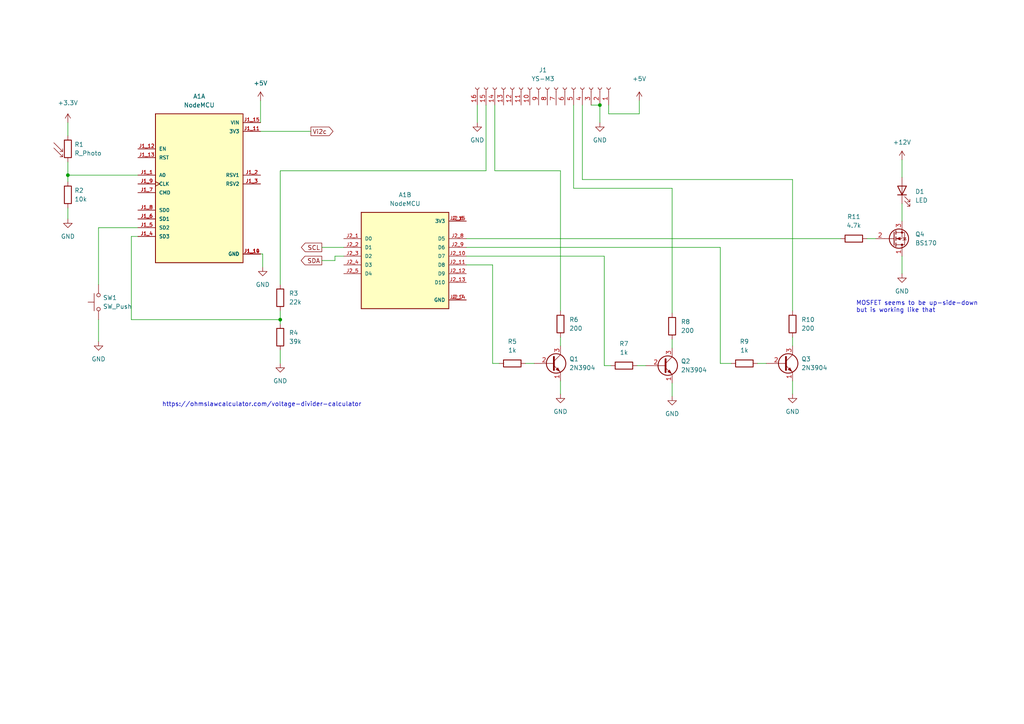
<source format=kicad_sch>
(kicad_sch (version 20211123) (generator eeschema)
  (paper "A4")
  (lib_symbols
    (symbol "Connector:Conn_01x16_Female" (pin_names (offset 1.016) hide)
      (property "Reference" "J" (at 0 20.32 0))
      (property "Value" "Conn_01x16_Female" (at 0 -22.86 0))
      (symbol "Conn_01x16_Female_1_1"
        (arc (start 0 -19.812) (mid -0.508 -20.32) (end 0 -20.828) (stroke (width 0.1524)))
        (arc (start 0 -17.272) (mid -0.508 -17.78) (end 0 -18.288) (stroke (width 0.1524)))
        (arc (start 0 -14.732) (mid -0.508 -15.24) (end 0 -15.748) (stroke (width 0.1524)))
        (arc (start 0 -12.192) (mid -0.508 -12.7) (end 0 -13.208) (stroke (width 0.1524)))
        (arc (start 0 -9.652) (mid -0.508 -10.16) (end 0 -10.668) (stroke (width 0.1524)))
        (arc (start 0 -7.112) (mid -0.508 -7.62) (end 0 -8.128) (stroke (width 0.1524)))
        (arc (start 0 -4.572) (mid -0.508 -5.08) (end 0 -5.588) (stroke (width 0.1524)))
        (arc (start 0 -2.032) (mid -0.508 -2.54) (end 0 -3.048) (stroke (width 0.1524)))
        (polyline (pts (xy -1.27 -20.32) (xy -0.508 -20.32)) (stroke (width 0.1524)))
        (polyline (pts (xy -1.27 -17.78) (xy -0.508 -17.78)) (stroke (width 0.1524)))
        (polyline (pts (xy -1.27 -15.24) (xy -0.508 -15.24)) (stroke (width 0.1524)))
        (polyline (pts (xy -1.27 -12.7) (xy -0.508 -12.7)) (stroke (width 0.1524)))
        (polyline (pts (xy -1.27 -10.16) (xy -0.508 -10.16)) (stroke (width 0.1524)))
        (polyline (pts (xy -1.27 -7.62) (xy -0.508 -7.62)) (stroke (width 0.1524)))
        (polyline (pts (xy -1.27 -5.08) (xy -0.508 -5.08)) (stroke (width 0.1524)))
        (polyline (pts (xy -1.27 -2.54) (xy -0.508 -2.54)) (stroke (width 0.1524)))
        (polyline (pts (xy -1.27 0) (xy -0.508 0)) (stroke (width 0.1524)))
        (polyline (pts (xy -1.27 2.54) (xy -0.508 2.54)) (stroke (width 0.1524)))
        (polyline (pts (xy -1.27 5.08) (xy -0.508 5.08)) (stroke (width 0.1524)))
        (polyline (pts (xy -1.27 7.62) (xy -0.508 7.62)) (stroke (width 0.1524)))
        (polyline (pts (xy -1.27 10.16) (xy -0.508 10.16)) (stroke (width 0.1524)))
        (polyline (pts (xy -1.27 12.7) (xy -0.508 12.7)) (stroke (width 0.1524)))
        (polyline (pts (xy -1.27 15.24) (xy -0.508 15.24)) (stroke (width 0.1524)))
        (polyline (pts (xy -1.27 17.78) (xy -0.508 17.78)) (stroke (width 0.1524)))
        (arc (start 0 0.508) (mid -0.508 0) (end 0 -0.508) (stroke (width 0.1524)))
        (arc (start 0 3.048) (mid -0.508 2.54) (end 0 2.032) (stroke (width 0.1524)))
        (arc (start 0 5.588) (mid -0.508 5.08) (end 0 4.572) (stroke (width 0.1524)))
        (arc (start 0 8.128) (mid -0.508 7.62) (end 0 7.112) (stroke (width 0.1524)))
        (arc (start 0 10.668) (mid -0.508 10.16) (end 0 9.652) (stroke (width 0.1524)))
        (arc (start 0 13.208) (mid -0.508 12.7) (end 0 12.192) (stroke (width 0.1524)))
        (arc (start 0 15.748) (mid -0.508 15.24) (end 0 14.732) (stroke (width 0.1524)))
        (arc (start 0 18.288) (mid -0.508 17.78) (end 0 17.272) (stroke (width 0.1524)))
        (pin passive line (at -5.08 17.78 0) (length 3.81) (name "Pin_1") (number "1"))
        (pin passive line (at -5.08 -5.08 0) (length 3.81) (name "Pin_10") (number "10"))
        (pin passive line (at -5.08 -7.62 0) (length 3.81) (name "Pin_11") (number "11"))
        (pin passive line (at -5.08 -10.16 0) (length 3.81) (name "Pin_12") (number "12"))
        (pin passive line (at -5.08 -12.7 0) (length 3.81) (name "Pin_13") (number "13"))
        (pin passive line (at -5.08 -15.24 0) (length 3.81) (name "Pin_14") (number "14"))
        (pin passive line (at -5.08 -17.78 0) (length 3.81) (name "Pin_15") (number "15"))
        (pin passive line (at -5.08 -20.32 0) (length 3.81) (name "Pin_16") (number "16"))
        (pin passive line (at -5.08 15.24 0) (length 3.81) (name "Pin_2") (number "2"))
        (pin passive line (at -5.08 12.7 0) (length 3.81) (name "Pin_3") (number "3"))
        (pin passive line (at -5.08 10.16 0) (length 3.81) (name "Pin_4") (number "4"))
        (pin passive line (at -5.08 7.62 0) (length 3.81) (name "Pin_5") (number "5"))
        (pin passive line (at -5.08 5.08 0) (length 3.81) (name "Pin_6") (number "6"))
        (pin passive line (at -5.08 2.54 0) (length 3.81) (name "Pin_7") (number "7"))
        (pin passive line (at -5.08 0 0) (length 3.81) (name "Pin_8") (number "8"))
        (pin passive line (at -5.08 -2.54 0) (length 3.81) (name "Pin_9") (number "9"))
      )
    )
    (symbol "Device:LED" (pin_numbers hide) (pin_names (offset 1.016) hide)
      (property "Reference" "D" (at 0 2.54 0))
      (property "Value" "LED" (at 0 -2.54 0))
      (symbol "LED_0_1"
        (polyline (pts (xy -1.27 -1.27) (xy -1.27 1.27)) (stroke (width 0.254)))
        (polyline (pts (xy -1.27 0) (xy 1.27 0)))
        (polyline (pts (xy 1.27 -1.27) (xy 1.27 1.27) (xy -1.27 0) (xy 1.27 -1.27)) (stroke (width 0.254)))
        (polyline (pts (xy -3.048 -0.762) (xy -4.572 -2.286) (xy -3.81 -2.286) (xy -4.572 -2.286) (xy -4.572 -1.524)))
        (polyline (pts (xy -1.778 -0.762) (xy -3.302 -2.286) (xy -2.54 -2.286) (xy -3.302 -2.286) (xy -3.302 -1.524)))
      )
      (symbol "LED_1_1"
        (pin passive line (at -3.81 0 0) (length 2.54) (name "K") (number "1"))
        (pin passive line (at 3.81 0 180) (length 2.54) (name "A") (number "2"))
      )
    )
    (symbol "Device:R" (pin_numbers hide) (pin_names (offset 0))
      (property "Reference" "R" (at 2.032 0 90))
      (property "Value" "R" (at 0 0 90))
      (symbol "R_0_1"
        (rectangle (start -1.016 -2.54) (end 1.016 2.54) (stroke (width 0.254)))
      )
      (symbol "R_1_1"
        (pin passive line (at 0 3.81 270) (length 1.27) (name "~") (number "1"))
        (pin passive line (at 0 -3.81 90) (length 1.27) (name "~") (number "2"))
      )
    )
    (symbol "Device:R_Photo" (pin_numbers hide) (pin_names (offset 0))
      (property "Reference" "R" (at 1.27 1.27 0))
      (property "Value" "R_Photo" (at 1.27 0 0))
      (symbol "R_Photo_0_1"
        (rectangle (start -1.016 2.54) (end 1.016 -2.54) (stroke (width 0.254)))
        (polyline (pts (xy -1.524 -2.286) (xy -4.064 0.254)))
        (polyline (pts (xy -1.524 -2.286) (xy -2.286 -2.286)))
        (polyline (pts (xy -1.524 -2.286) (xy -1.524 -1.524)))
        (polyline (pts (xy -1.524 -0.762) (xy -4.064 1.778)))
        (polyline (pts (xy -1.524 -0.762) (xy -2.286 -0.762)))
        (polyline (pts (xy -1.524 -0.762) (xy -1.524 0)))
      )
      (symbol "R_Photo_1_1"
        (pin passive line (at 0 3.81 270) (length 1.27) (name "~") (number "1"))
        (pin passive line (at 0 -3.81 90) (length 1.27) (name "~") (number "2"))
      )
    )
    (symbol "Switch:SW_Push" (pin_numbers hide) (pin_names (offset 1.016) hide)
      (property "Reference" "SW" (at 1.27 2.54 0))
      (property "Value" "SW_Push" (at 0 -1.524 0))
      (symbol "SW_Push_0_1"
        (circle (center -2.032 0) (radius 0.508))
        (polyline (pts (xy 0 1.27) (xy 0 3.048)))
        (polyline (pts (xy 2.54 1.27) (xy -2.54 1.27)))
        (circle (center 2.032 0) (radius 0.508))
        (pin passive line (at -5.08 0 0) (length 2.54) (name "1") (number "1"))
        (pin passive line (at 5.08 0 180) (length 2.54) (name "2") (number "2"))
      )
    )
    (symbol "Transistor_BJT:2N3904" (pin_names (offset 0) hide)
      (property "Reference" "Q" (at 5.08 1.905 0))
      (property "Value" "2N3904" (at 5.08 0 0))
      (symbol "2N3904_0_1"
        (polyline (pts (xy 0.635 0.635) (xy 2.54 2.54)))
        (polyline (pts (xy 0.635 -0.635) (xy 2.54 -2.54) (xy 2.54 -2.54)))
        (polyline (pts (xy 0.635 1.905) (xy 0.635 -1.905) (xy 0.635 -1.905)) (stroke (width 0.508)))
        (polyline (pts (xy 1.27 -1.778) (xy 1.778 -1.27) (xy 2.286 -2.286) (xy 1.27 -1.778) (xy 1.27 -1.778)) (fill (type outline)))
        (circle (center 1.27 0) (radius 2.8194) (stroke (width 0.254)))
      )
      (symbol "2N3904_1_1"
        (pin passive line (at 2.54 -5.08 90) (length 2.54) (name "E") (number "1"))
        (pin passive line (at -5.08 0 0) (length 5.715) (name "B") (number "2"))
        (pin passive line (at 2.54 5.08 270) (length 2.54) (name "C") (number "3"))
      )
    )
    (symbol "Transistor_FET:BS170" (pin_names hide)
      (property "Reference" "Q" (at 5.08 1.905 0))
      (property "Value" "BS170" (at 5.08 0 0))
      (symbol "BS170_0_1"
        (polyline (pts (xy 0.254 0) (xy -2.54 0)))
        (polyline (pts (xy 0.254 1.905) (xy 0.254 -1.905)) (stroke (width 0.254)))
        (polyline (pts (xy 0.762 -1.27) (xy 0.762 -2.286)) (stroke (width 0.254)))
        (polyline (pts (xy 0.762 0.508) (xy 0.762 -0.508)) (stroke (width 0.254)))
        (polyline (pts (xy 0.762 2.286) (xy 0.762 1.27)) (stroke (width 0.254)))
        (polyline (pts (xy 2.54 2.54) (xy 2.54 1.778)))
        (polyline (pts (xy 2.54 -2.54) (xy 2.54 0) (xy 0.762 0)))
        (polyline (pts (xy 0.762 -1.778) (xy 3.302 -1.778) (xy 3.302 1.778) (xy 0.762 1.778)))
        (polyline (pts (xy 1.016 0) (xy 2.032 0.381) (xy 2.032 -0.381) (xy 1.016 0)) (fill (type outline)))
        (polyline (pts (xy 2.794 0.508) (xy 2.921 0.381) (xy 3.683 0.381) (xy 3.81 0.254)))
        (polyline (pts (xy 3.302 0.381) (xy 2.921 -0.254) (xy 3.683 -0.254) (xy 3.302 0.381)))
        (circle (center 1.651 0) (radius 2.794) (stroke (width 0.254)))
        (circle (center 2.54 -1.778) (radius 0.254) (fill (type outline)))
        (circle (center 2.54 1.778) (radius 0.254) (fill (type outline)))
      )
      (symbol "BS170_1_1"
        (pin passive line (at 2.54 5.08 270) (length 2.54) (name "D") (number "1"))
        (pin input line (at -5.08 0 0) (length 2.54) (name "G") (number "2"))
        (pin passive line (at 2.54 -5.08 90) (length 2.54) (name "S") (number "3"))
      )
    )
    (symbol "nodemcu:113990105" (pin_names (offset 1.016))
      (property "Reference" "A" (at -12.7 21.59 0))
      (property "Value" "113990105" (at -12.7 -24.13 0))
      (symbol "113990105_1_0"
        (rectangle (start -12.7 -22.86) (end 12.7 20.32) (stroke (width 0.254)) (fill (type background)))
        (pin bidirectional line (at -17.78 2.54 0) (length 5.08) (name "A0") (number "J1_1"))
        (pin power_in line (at 17.78 -20.32 180) (length 5.08) (name "GND") (number "J1_10"))
        (pin power_in line (at 17.78 15.24 180) (length 5.08) (name "3V3") (number "J1_11"))
        (pin input line (at -17.78 10.16 0) (length 5.08) (name "EN") (number "J1_12"))
        (pin input line (at -17.78 7.62 0) (length 5.08) (name "RST") (number "J1_13"))
        (pin power_in line (at 17.78 -20.32 180) (length 5.08) (name "GND") (number "J1_14"))
        (pin power_in line (at 17.78 17.78 180) (length 5.08) (name "VIN") (number "J1_15"))
        (pin bidirectional line (at 17.78 2.54 180) (length 5.08) (name "RSV1") (number "J1_2"))
        (pin bidirectional line (at 17.78 0 180) (length 5.08) (name "RSV2") (number "J1_3"))
        (pin bidirectional line (at -17.78 -15.24 0) (length 5.08) (name "SD3") (number "J1_4"))
        (pin bidirectional line (at -17.78 -12.7 0) (length 5.08) (name "SD2") (number "J1_5"))
        (pin bidirectional line (at -17.78 -10.16 0) (length 5.08) (name "SD1") (number "J1_6"))
        (pin bidirectional line (at -17.78 -2.54 0) (length 5.08) (name "CMD") (number "J1_7"))
        (pin bidirectional line (at -17.78 -7.62 0) (length 5.08) (name "SD0") (number "J1_8"))
        (pin bidirectional clock (at -17.78 0 0) (length 5.08) (name "CLK") (number "J1_9"))
      )
      (symbol "113990105_2_0"
        (rectangle (start -12.7 -15.24) (end 12.7 12.7) (stroke (width 0.254)) (fill (type background)))
        (pin bidirectional line (at -17.78 5.08 0) (length 5.08) (name "D0") (number "J2_1"))
        (pin bidirectional line (at 17.78 0 180) (length 5.08) (name "D7") (number "J2_10"))
        (pin bidirectional line (at 17.78 -2.54 180) (length 5.08) (name "D8") (number "J2_11"))
        (pin bidirectional line (at 17.78 -5.08 180) (length 5.08) (name "D9") (number "J2_12"))
        (pin bidirectional line (at 17.78 -7.62 180) (length 5.08) (name "D10") (number "J2_13"))
        (pin power_in line (at 17.78 -12.7 180) (length 5.08) (name "GND") (number "J2_14"))
        (pin power_in line (at 17.78 10.16 180) (length 5.08) (name "3V3") (number "J2_15"))
        (pin bidirectional line (at -17.78 2.54 0) (length 5.08) (name "D1") (number "J2_2"))
        (pin bidirectional line (at -17.78 0 0) (length 5.08) (name "D2") (number "J2_3"))
        (pin bidirectional line (at -17.78 -2.54 0) (length 5.08) (name "D3") (number "J2_4"))
        (pin bidirectional line (at -17.78 -5.08 0) (length 5.08) (name "D4") (number "J2_5"))
        (pin power_in line (at 17.78 10.16 180) (length 5.08) (name "3V3") (number "J2_6"))
        (pin power_in line (at 17.78 -12.7 180) (length 5.08) (name "GND") (number "J2_7"))
        (pin bidirectional line (at 17.78 5.08 180) (length 5.08) (name "D5") (number "J2_8"))
        (pin bidirectional line (at 17.78 2.54 180) (length 5.08) (name "D6") (number "J2_9"))
      )
    )
    (symbol "power:+12V" (power) (pin_names (offset 0))
      (property "Value" "+12V" (at 0 3.556 0))
      (symbol "+12V_0_1"
        (polyline (pts (xy -0.762 1.27) (xy 0 2.54)))
        (polyline (pts (xy 0 0) (xy 0 2.54)))
        (polyline (pts (xy 0 2.54) (xy 0.762 1.27)))
      )
      (symbol "+12V_1_1"
        (pin power_in line (at 0 0 90) (length 0) hide (name "+12V") (number "1"))
      )
    )
    (symbol "power:+3.3V" (power) (pin_names (offset 0))
      (property "Value" "+3.3V" (at 0 3.556 0))
      (symbol "+3.3V_0_1"
        (polyline (pts (xy -0.762 1.27) (xy 0 2.54)))
        (polyline (pts (xy 0 0) (xy 0 2.54)))
        (polyline (pts (xy 0 2.54) (xy 0.762 1.27)))
      )
      (symbol "+3.3V_1_1"
        (pin power_in line (at 0 0 90) (length 0) hide (name "+3.3V") (number "1"))
      )
    )
    (symbol "power:+5V" (power) (pin_names (offset 0))
      (property "Value" "+5V" (at 0 3.556 0))
      (symbol "+5V_0_1"
        (polyline (pts (xy -0.762 1.27) (xy 0 2.54)))
        (polyline (pts (xy 0 0) (xy 0 2.54)))
        (polyline (pts (xy 0 2.54) (xy 0.762 1.27)))
      )
      (symbol "+5V_1_1"
        (pin power_in line (at 0 0 90) (length 0) hide (name "+5V") (number "1"))
      )
    )
    (symbol "power:GND" (power) (pin_names (offset 0))
      (property "Value" "GND" (at 0 -3.81 0))
      (symbol "GND_0_1"
        (polyline (pts (xy 0 0) (xy 0 -1.27) (xy 1.27 -1.27) (xy 0 -2.54) (xy -1.27 -1.27) (xy 0 -1.27)))
      )
      (symbol "GND_1_1"
        (pin power_in line (at 0 0 270) (length 0) hide (name "GND") (number "1"))
      )
    )
  )
  (junction (at 19.685 50.8))
  (junction (at 81.28 92.71))
  (junction (at 173.99 30.48))
  (wire (pts (xy 38.1 68.58) (xy 40.005 68.58)))
  (wire (pts (xy 19.685 46.99) (xy 19.685 50.8)))
  (wire (pts (xy 176.53 33.02) (xy 185.42 33.02)))
  (wire (pts (xy 28.575 66.04) (xy 28.575 82.55)))
  (wire (pts (xy 229.87 97.79) (xy 229.87 100.33)))
  (wire (pts (xy 135.255 76.835) (xy 142.875 76.835)))
  (wire (pts (xy 142.875 76.835) (xy 142.875 105.41)))
  (wire (pts (xy 81.28 101.6) (xy 81.28 105.41)))
  (wire (pts (xy 251.46 69.215) (xy 254 69.215)))
  (wire (pts (xy 185.42 29.21) (xy 185.42 33.02)))
  (wire (pts (xy 135.255 74.295) (xy 175.26 74.295)))
  (wire (pts (xy 38.1 92.71) (xy 81.28 92.71)))
  (wire (pts (xy 162.56 97.79) (xy 162.56 100.33)))
  (wire (pts (xy 81.28 82.55) (xy 81.28 49.53)))
  (wire (pts (xy 168.91 30.48) (xy 168.91 52.07)))
  (wire (pts (xy 184.785 106.045) (xy 187.325 106.045)))
  (wire (pts (xy 142.875 105.41) (xy 144.78 105.41)))
  (wire (pts (xy 19.685 60.325) (xy 19.685 63.5)))
  (wire (pts (xy 194.945 98.425) (xy 194.945 100.965)))
  (wire (pts (xy 229.87 52.07) (xy 229.87 90.17)))
  (wire (pts (xy 162.56 49.53) (xy 162.56 90.17)))
  (wire (pts (xy 135.255 71.755) (xy 208.915 71.755)))
  (wire (pts (xy 75.565 29.21) (xy 75.565 35.56)))
  (wire (pts (xy 40.005 50.8) (xy 19.685 50.8)))
  (wire (pts (xy 194.945 111.125) (xy 194.945 114.935)))
  (wire (pts (xy 261.62 74.295) (xy 261.62 79.375)))
  (wire (pts (xy 173.99 30.48) (xy 173.99 35.56)))
  (wire (pts (xy 152.4 105.41) (xy 154.94 105.41)))
  (wire (pts (xy 208.915 71.755) (xy 208.915 105.41)))
  (wire (pts (xy 208.915 105.41) (xy 212.09 105.41)))
  (wire (pts (xy 19.685 50.8) (xy 19.685 52.705)))
  (wire (pts (xy 194.945 54.61) (xy 194.945 90.805)))
  (wire (pts (xy 219.71 105.41) (xy 222.25 105.41)))
  (wire (pts (xy 76.2 73.66) (xy 76.2 77.47)))
  (wire (pts (xy 140.97 30.48) (xy 140.97 49.53)))
  (wire (pts (xy 229.87 110.49) (xy 229.87 114.3)))
  (wire (pts (xy 28.575 92.71) (xy 28.575 99.06)))
  (wire (pts (xy 162.56 110.49) (xy 162.56 114.3)))
  (wire (pts (xy 97.155 74.295) (xy 97.155 75.565)))
  (wire (pts (xy 19.685 35.56) (xy 19.685 39.37)))
  (wire (pts (xy 135.255 69.215) (xy 243.84 69.215)))
  (wire (pts (xy 261.62 59.055) (xy 261.62 64.135)))
  (wire (pts (xy 40.005 66.04) (xy 28.575 66.04)))
  (wire (pts (xy 261.62 46.355) (xy 261.62 51.435)))
  (wire (pts (xy 176.53 30.48) (xy 176.53 33.02)))
  (wire (pts (xy 97.155 75.565) (xy 93.345 75.565)))
  (wire (pts (xy 171.45 30.48) (xy 173.99 30.48)))
  (wire (pts (xy 175.26 106.045) (xy 177.165 106.045)))
  (wire (pts (xy 81.28 90.17) (xy 81.28 92.71)))
  (wire (pts (xy 138.43 30.48) (xy 138.43 35.56)))
  (wire (pts (xy 38.1 92.71) (xy 38.1 68.58)))
  (wire (pts (xy 93.345 71.755) (xy 99.695 71.755)))
  (wire (pts (xy 81.28 92.71) (xy 81.28 93.98)))
  (wire (pts (xy 166.37 30.48) (xy 166.37 54.61)))
  (wire (pts (xy 75.565 73.66) (xy 76.2 73.66)))
  (wire (pts (xy 99.695 74.295) (xy 97.155 74.295)))
  (wire (pts (xy 75.565 38.1) (xy 90.17 38.1)))
  (wire (pts (xy 143.51 30.48) (xy 143.51 49.53)))
  (wire (pts (xy 175.26 74.295) (xy 175.26 106.045)))
  (wire (pts (xy 143.51 49.53) (xy 162.56 49.53)))
  (wire (pts (xy 168.91 52.07) (xy 229.87 52.07)))
  (wire (pts (xy 166.37 54.61) (xy 194.945 54.61)))
  (wire (pts (xy 81.28 49.53) (xy 140.97 49.53)))
  (text "MOSFET seems to be up-side-down\nbut is working like that" (at 248.285 90.805 0) (effects (font (size 1.27 1.27)) (justify left bottom)))
  (text "https://ohmslawcalculator.com/voltage-divider-calculator" (at 46.99 118.11 0) (effects (font (size 1.27 1.27)) (justify left bottom)))
  (global_label "SDA" (shape output) (at 93.345 75.565 180) (property "Intersheet References" "${INTERSHEET_REFS}" (effects hide)))
  (global_label "SCL" (shape output) (at 93.345 71.755 180) (property "Intersheet References" "${INTERSHEET_REFS}" (effects hide)))
  (global_label "Vi2c" (shape output) (at 90.17 38.1 0) (property "Intersheet References" "${INTERSHEET_REFS}" (effects hide)))
  (symbol (lib_id "power:GND") (at 162.56 114.3 0) (unit 1)
    (property "Reference" "#PWR08" (effects hide))
    (property "Value" "GND" (at 162.56 119.38 0))
  )
  (symbol (lib_id "Device:R") (at 247.65 69.215 90) (unit 1)
    (property "Reference" "R11" (at 247.65 62.865 90))
    (property "Value" "4.7k" (at 247.65 65.405 90))
  )
  (symbol (lib_id "power:GND") (at 229.87 114.3 0) (unit 1)
    (property "Reference" "#PWR012" (effects hide))
    (property "Value" "GND" (at 229.87 119.38 0))
  )
  (symbol (lib_id "Device:LED") (at 261.62 55.245 90) (unit 1)
    (property "Reference" "D1" (at 265.43 55.5624 90) (effects (justify right)))
    (property "Value" "LED" (at 265.43 58.1024 90) (effects (justify right)))
  )
  (symbol (lib_id "Transistor_BJT:2N3904") (at 160.02 105.41 0) (unit 1)
    (property "Reference" "Q1" (at 165.1 104.1399 0) (effects (justify left)))
    (property "Value" "2N3904" (at 165.1 106.6799 0) (effects (justify left)))
    (property "Footprint" "Package_TO_SOT_THT:TO-92_Inline" (effects hide))
    (property "Datasheet" "https://www.onsemi.com/pub/Collateral/2N3903-D.PDF" (effects hide))
  )
  (symbol (lib_id "Device:R") (at 229.87 93.98 0) (unit 1)
    (property "Reference" "R10" (at 232.41 92.7099 0) (effects (justify left)))
    (property "Value" "200" (at 232.41 95.2499 0) (effects (justify left)))
  )
  (symbol (lib_id "power:GND") (at 194.945 114.935 0) (unit 1)
    (property "Reference" "#PWR011" (effects hide))
    (property "Value" "GND" (at 194.945 120.015 0))
  )
  (symbol (lib_id "Transistor_FET:BS170") (at 259.08 69.215 0) (mirror x) (unit 1)
    (property "Reference" "Q4" (at 265.43 67.9449 0) (effects (justify left)))
    (property "Value" "BS170" (at 265.43 70.4849 0) (effects (justify left)))
    (property "Footprint" "Package_TO_SOT_THT:TO-92_Inline" (effects hide))
    (property "Datasheet" "https://www.onsemi.com/pub/Collateral/BS170-D.PDF" (effects hide))
  )
  (symbol (lib_id "power:+5V") (at 185.42 29.21 0) (unit 1)
    (property "Reference" "#PWR010" (effects hide))
    (property "Value" "+5V" (at 185.42 22.86 0))
  )
  (symbol (lib_id "power:GND") (at 138.43 35.56 0) (unit 1)
    (property "Reference" "#PWR07" (effects hide))
    (property "Value" "GND" (at 138.43 40.64 0))
  )
  (symbol (lib_id "Connector:Conn_01x16_Female") (at 158.75 25.4 270) (mirror x) (unit 1)
    (property "Reference" "J1" (at 157.48 20.32 90))
    (property "Value" "YS-M3" (at 157.48 22.86 90))
  )
  (symbol (lib_id "Device:R") (at 148.59 105.41 90) (unit 1)
    (property "Reference" "R5" (at 148.59 99.06 90))
    (property "Value" "1k" (at 148.59 101.6 90))
  )
  (symbol (lib_id "nodemcu:113990105") (at 57.785 53.34 0) (unit 1)
    (property "Reference" "A1" (at 57.785 27.94 0))
    (property "Value" "NodeMCU" (at 57.785 30.48 0))
    (property "Footprint" "113990105:SEEED_113990105" (effects hide))
    (property "MF" "Seeed Technology" (effects hide))
    (property "MAXIMUM_PACKAGE_HEIGHT" "N/A" (effects hide))
    (property "Package" "None" (effects hide))
    (property "Price" "None" (effects hide))
    (property "Check_prices" "https://www.snapeda.com/parts/NodeMCU%20v2/Seeed+Technology+Co.%252C+Ltd/view-part/?ref=eda" (effects hide))
    (property "STANDARD" "Manufacturer Recommendations" (effects hide))
    (property "PARTREV" "N/A" (effects hide))
    (property "SnapEDA_Link" "https://www.snapeda.com/parts/NodeMCU%20v2/Seeed+Technology+Co.%252C+Ltd/view-part/?ref=snap" (effects hide))
    (property "MP" "NodeMCU v2" (effects hide))
    (property "Description" "\nAn open-source firmware and development kit that helps you to Prototype your IOT product within a few Lua script lines\n" (effects hide))
    (property "Availability" "Not in stock" (effects hide))
    (property "MANUFACTURER" "Seeed" (effects hide))
  )
  (symbol (lib_id "Device:R") (at 19.685 56.515 0) (unit 1)
    (property "Reference" "R2" (at 21.59 55.2449 0) (effects (justify left)))
    (property "Value" "10k" (at 21.59 57.7849 0) (effects (justify left)))
  )
  (symbol (lib_id "Transistor_BJT:2N3904") (at 192.405 106.045 0) (unit 1)
    (property "Reference" "Q2" (at 197.485 104.7749 0) (effects (justify left)))
    (property "Value" "2N3904" (at 197.485 107.3149 0) (effects (justify left)))
    (property "Footprint" "Package_TO_SOT_THT:TO-92_Inline" (effects hide))
    (property "Datasheet" "https://www.onsemi.com/pub/Collateral/2N3903-D.PDF" (effects hide))
  )
  (symbol (lib_id "Device:R_Photo") (at 19.685 43.18 0) (unit 1)
    (property "Reference" "R1" (at 21.59 41.9099 0) (effects (justify left)))
    (property "Value" "R_Photo" (at 21.59 44.4499 0) (effects (justify left)))
  )
  (symbol (lib_id "power:+3.3V") (at 19.685 35.56 0) (unit 1)
    (property "Reference" "#PWR01" (effects hide))
    (property "Value" "+3.3V" (at 19.685 29.845 0))
  )
  (symbol (lib_id "Device:R") (at 81.28 97.79 0) (unit 1)
    (property "Reference" "R4" (at 83.82 96.5199 0) (effects (justify left)))
    (property "Value" "39k" (at 83.82 99.0599 0) (effects (justify left)))
  )
  (symbol (lib_id "power:GND") (at 261.62 79.375 0) (unit 1)
    (property "Reference" "#PWR014" (effects hide))
    (property "Value" "GND" (at 261.62 84.455 0))
  )
  (symbol (lib_id "Device:R") (at 81.28 86.36 0) (unit 1)
    (property "Reference" "R3" (at 83.82 85.0899 0) (effects (justify left)))
    (property "Value" "22k" (at 83.82 87.6299 0) (effects (justify left)))
  )
  (symbol (lib_id "Device:R") (at 162.56 93.98 0) (unit 1)
    (property "Reference" "R6" (at 165.1 92.7099 0) (effects (justify left)))
    (property "Value" "200" (at 165.1 95.2499 0) (effects (justify left)))
  )
  (symbol (lib_id "power:GND") (at 81.28 105.41 0) (unit 1)
    (property "Reference" "#PWR06" (effects hide))
    (property "Value" "GND" (at 81.28 110.49 0))
  )
  (symbol (lib_id "Device:R") (at 180.975 106.045 90) (unit 1)
    (property "Reference" "R7" (at 180.975 99.695 90))
    (property "Value" "1k" (at 180.975 102.235 90))
  )
  (symbol (lib_id "power:+12V") (at 261.62 46.355 0) (unit 1)
    (property "Reference" "#PWR013" (effects hide))
    (property "Value" "+12V" (at 261.62 41.275 0))
  )
  (symbol (lib_id "power:GND") (at 19.685 63.5 0) (unit 1)
    (property "Reference" "#PWR02" (effects hide))
    (property "Value" "GND" (at 19.685 68.58 0))
  )
  (symbol (lib_id "power:GND") (at 28.575 99.06 0) (unit 1)
    (property "Reference" "#PWR03" (effects hide))
    (property "Value" "GND" (at 28.575 104.14 0))
  )
  (symbol (lib_id "Device:R") (at 215.9 105.41 90) (unit 1)
    (property "Reference" "R9" (at 215.9 99.06 90))
    (property "Value" "1k" (at 215.9 101.6 90))
  )
  (symbol (lib_id "nodemcu:113990105") (at 117.475 74.295 0) (unit 2)
    (property "Reference" "A1" (at 117.475 56.515 0))
    (property "Value" "NodeMCU" (at 117.475 59.055 0))
    (property "Footprint" "113990105:SEEED_113990105" (effects hide))
    (property "MF" "Seeed Technology" (effects hide))
    (property "MAXIMUM_PACKAGE_HEIGHT" "N/A" (effects hide))
    (property "Package" "None" (effects hide))
    (property "Price" "None" (effects hide))
    (property "Check_prices" "https://www.snapeda.com/parts/NodeMCU%20v2/Seeed+Technology+Co.%252C+Ltd/view-part/?ref=eda" (effects hide))
    (property "STANDARD" "Manufacturer Recommendations" (effects hide))
    (property "PARTREV" "N/A" (effects hide))
    (property "SnapEDA_Link" "https://www.snapeda.com/parts/NodeMCU%20v2/Seeed+Technology+Co.%252C+Ltd/view-part/?ref=snap" (effects hide))
    (property "MP" "NodeMCU v2" (effects hide))
    (property "Description" "\nAn open-source firmware and development kit that helps you to Prototype your IOT product within a few Lua script lines\n" (effects hide))
    (property "Availability" "Not in stock" (effects hide))
    (property "MANUFACTURER" "Seeed" (effects hide))
  )
  (symbol (lib_id "Device:R") (at 194.945 94.615 0) (unit 1)
    (property "Reference" "R8" (at 197.485 93.3449 0) (effects (justify left)))
    (property "Value" "200" (at 197.485 95.8849 0) (effects (justify left)))
  )
  (symbol (lib_id "power:+5V") (at 75.565 29.21 0) (unit 1)
    (property "Reference" "#PWR04" (effects hide))
    (property "Value" "+5V" (at 75.565 24.13 0))
  )
  (symbol (lib_id "Switch:SW_Push") (at 28.575 87.63 90) (unit 1)
    (property "Reference" "SW1" (at 29.845 86.3599 90) (effects (justify right)))
    (property "Value" "SW_Push" (at 29.845 88.8999 90) (effects (justify right)))
  )
  (symbol (lib_id "Transistor_BJT:2N3904") (at 227.33 105.41 0) (unit 1)
    (property "Reference" "Q3" (at 232.41 104.1399 0) (effects (justify left)))
    (property "Value" "2N3904" (at 232.41 106.6799 0) (effects (justify left)))
    (property "Footprint" "Package_TO_SOT_THT:TO-92_Inline" (effects hide))
    (property "Datasheet" "https://www.onsemi.com/pub/Collateral/2N3903-D.PDF" (effects hide))
  )
  (symbol (lib_id "power:GND") (at 76.2 77.47 0) (unit 1)
    (property "Reference" "#PWR05" (effects hide))
    (property "Value" "GND" (at 76.2 82.55 0))
  )
  (symbol (lib_id "power:GND") (at 173.99 35.56 0) (unit 1)
    (property "Reference" "#PWR09" (effects hide))
    (property "Value" "GND" (at 173.99 40.64 0))
  )
)
</source>
